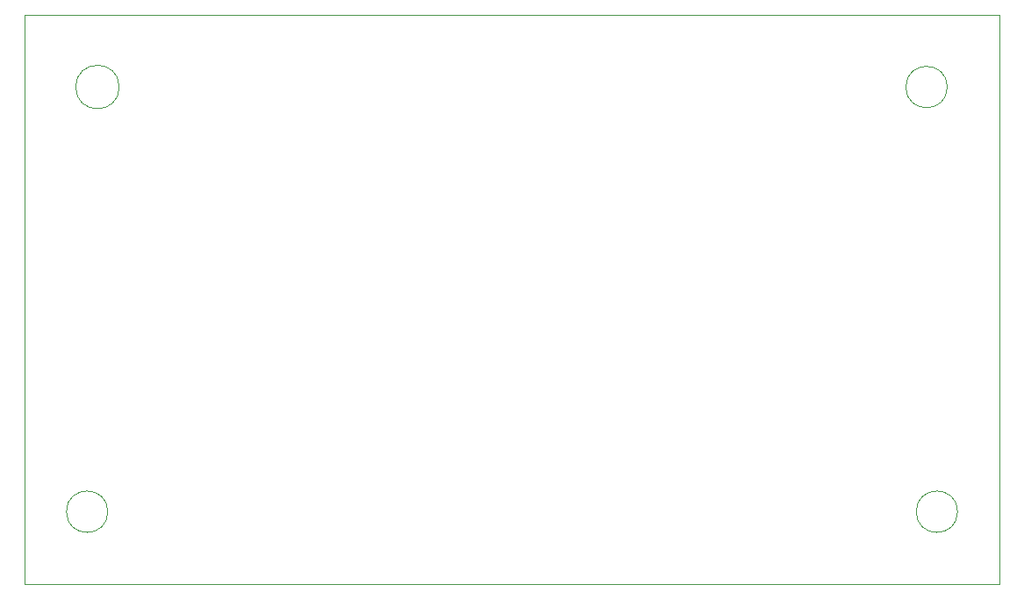
<source format=gbr>
%TF.GenerationSoftware,KiCad,Pcbnew,(6.0.7)*%
%TF.CreationDate,2022-09-23T13:32:51-07:00*%
%TF.ProjectId,saras_ckt,73617261-735f-4636-9b74-2e6b69636164,rev?*%
%TF.SameCoordinates,Original*%
%TF.FileFunction,Profile,NP*%
%FSLAX46Y46*%
G04 Gerber Fmt 4.6, Leading zero omitted, Abs format (unit mm)*
G04 Created by KiCad (PCBNEW (6.0.7)) date 2022-09-23 13:32:51*
%MOMM*%
%LPD*%
G01*
G04 APERTURE LIST*
%TA.AperFunction,Profile*%
%ADD10C,0.100000*%
%TD*%
G04 APERTURE END LIST*
D10*
X109100000Y-107000000D02*
G75*
G03*
X109100000Y-107000000I-2100000J0D01*
G01*
X190000000Y-148000000D02*
G75*
G03*
X190000000Y-148000000I-2000000J0D01*
G01*
X189000000Y-107000000D02*
G75*
G03*
X189000000Y-107000000I-2000000J0D01*
G01*
X108000000Y-148000000D02*
G75*
G03*
X108000000Y-148000000I-2000000J0D01*
G01*
X100000000Y-100000000D02*
X194000000Y-100000000D01*
X194000000Y-100000000D02*
X194000000Y-155000000D01*
X194000000Y-155000000D02*
X100000000Y-155000000D01*
X100000000Y-155000000D02*
X100000000Y-100000000D01*
M02*

</source>
